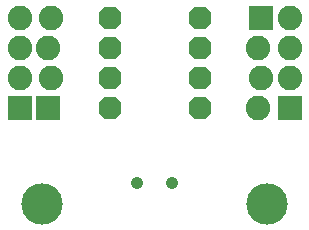
<source format=gbs>
G75*
%MOIN*%
%OFA0B0*%
%FSLAX25Y25*%
%IPPOS*%
%LPD*%
%AMOC8*
5,1,8,0,0,1.08239X$1,22.5*
%
%ADD10R,0.08200X0.08200*%
%ADD11C,0.08200*%
%ADD12OC8,0.07600*%
%ADD13C,0.13800*%
%ADD14C,0.04146*%
D10*
X0098333Y0095000D03*
X0107833Y0095000D03*
X0178833Y0125000D03*
X0188333Y0095000D03*
D11*
X0177833Y0095000D03*
X0178833Y0105000D03*
X0188333Y0105000D03*
X0188333Y0115000D03*
X0177833Y0115000D03*
X0188333Y0125000D03*
X0108833Y0125000D03*
X0098333Y0125000D03*
X0098333Y0115000D03*
X0107833Y0115000D03*
X0108833Y0105000D03*
X0098333Y0105000D03*
D12*
X0128333Y0105000D03*
X0128333Y0115000D03*
X0128333Y0125000D03*
X0158333Y0125000D03*
X0158333Y0115000D03*
X0158333Y0105000D03*
X0158333Y0095000D03*
X0128333Y0095000D03*
D13*
X0105833Y0063000D03*
X0180833Y0063000D03*
D14*
X0149239Y0070000D03*
X0137428Y0070000D03*
M02*

</source>
